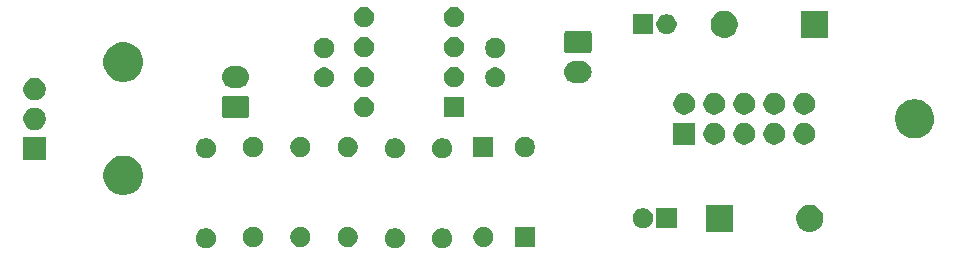
<source format=gbr>
G04 #@! TF.GenerationSoftware,KiCad,Pcbnew,5.1.6-c6e7f7d~87~ubuntu20.04.1*
G04 #@! TF.CreationDate,2020-08-28T15:20:52-04:00*
G04 #@! TF.ProjectId,Mikrokosmos,4d696b72-6f6b-46f7-936d-6f732e6b6963,rev?*
G04 #@! TF.SameCoordinates,Original*
G04 #@! TF.FileFunction,Soldermask,Bot*
G04 #@! TF.FilePolarity,Negative*
%FSLAX46Y46*%
G04 Gerber Fmt 4.6, Leading zero omitted, Abs format (unit mm)*
G04 Created by KiCad (PCBNEW 5.1.6-c6e7f7d~87~ubuntu20.04.1) date 2020-08-28 15:20:52*
%MOMM*%
%LPD*%
G01*
G04 APERTURE LIST*
%ADD10C,0.100000*%
G04 APERTURE END LIST*
D10*
G36*
X125248228Y-121801703D02*
G01*
X125403100Y-121865853D01*
X125542481Y-121958985D01*
X125661015Y-122077519D01*
X125754147Y-122216900D01*
X125818297Y-122371772D01*
X125851000Y-122536184D01*
X125851000Y-122703816D01*
X125818297Y-122868228D01*
X125754147Y-123023100D01*
X125661015Y-123162481D01*
X125542481Y-123281015D01*
X125403100Y-123374147D01*
X125248228Y-123438297D01*
X125083816Y-123471000D01*
X124916184Y-123471000D01*
X124751772Y-123438297D01*
X124596900Y-123374147D01*
X124457519Y-123281015D01*
X124338985Y-123162481D01*
X124245853Y-123023100D01*
X124181703Y-122868228D01*
X124149000Y-122703816D01*
X124149000Y-122536184D01*
X124181703Y-122371772D01*
X124245853Y-122216900D01*
X124338985Y-122077519D01*
X124457519Y-121958985D01*
X124596900Y-121865853D01*
X124751772Y-121801703D01*
X124916184Y-121769000D01*
X125083816Y-121769000D01*
X125248228Y-121801703D01*
G37*
G36*
X141248228Y-121801703D02*
G01*
X141403100Y-121865853D01*
X141542481Y-121958985D01*
X141661015Y-122077519D01*
X141754147Y-122216900D01*
X141818297Y-122371772D01*
X141851000Y-122536184D01*
X141851000Y-122703816D01*
X141818297Y-122868228D01*
X141754147Y-123023100D01*
X141661015Y-123162481D01*
X141542481Y-123281015D01*
X141403100Y-123374147D01*
X141248228Y-123438297D01*
X141083816Y-123471000D01*
X140916184Y-123471000D01*
X140751772Y-123438297D01*
X140596900Y-123374147D01*
X140457519Y-123281015D01*
X140338985Y-123162481D01*
X140245853Y-123023100D01*
X140181703Y-122868228D01*
X140149000Y-122703816D01*
X140149000Y-122536184D01*
X140181703Y-122371772D01*
X140245853Y-122216900D01*
X140338985Y-122077519D01*
X140457519Y-121958985D01*
X140596900Y-121865853D01*
X140751772Y-121801703D01*
X140916184Y-121769000D01*
X141083816Y-121769000D01*
X141248228Y-121801703D01*
G37*
G36*
X145248228Y-121801703D02*
G01*
X145403100Y-121865853D01*
X145542481Y-121958985D01*
X145661015Y-122077519D01*
X145754147Y-122216900D01*
X145818297Y-122371772D01*
X145851000Y-122536184D01*
X145851000Y-122703816D01*
X145818297Y-122868228D01*
X145754147Y-123023100D01*
X145661015Y-123162481D01*
X145542481Y-123281015D01*
X145403100Y-123374147D01*
X145248228Y-123438297D01*
X145083816Y-123471000D01*
X144916184Y-123471000D01*
X144751772Y-123438297D01*
X144596900Y-123374147D01*
X144457519Y-123281015D01*
X144338985Y-123162481D01*
X144245853Y-123023100D01*
X144181703Y-122868228D01*
X144149000Y-122703816D01*
X144149000Y-122536184D01*
X144181703Y-122371772D01*
X144245853Y-122216900D01*
X144338985Y-122077519D01*
X144457519Y-121958985D01*
X144596900Y-121865853D01*
X144751772Y-121801703D01*
X144916184Y-121769000D01*
X145083816Y-121769000D01*
X145248228Y-121801703D01*
G37*
G36*
X137248228Y-121681703D02*
G01*
X137403100Y-121745853D01*
X137542481Y-121838985D01*
X137661015Y-121957519D01*
X137754147Y-122096900D01*
X137818297Y-122251772D01*
X137851000Y-122416184D01*
X137851000Y-122583816D01*
X137818297Y-122748228D01*
X137754147Y-122903100D01*
X137661015Y-123042481D01*
X137542481Y-123161015D01*
X137403100Y-123254147D01*
X137248228Y-123318297D01*
X137083816Y-123351000D01*
X136916184Y-123351000D01*
X136751772Y-123318297D01*
X136596900Y-123254147D01*
X136457519Y-123161015D01*
X136338985Y-123042481D01*
X136245853Y-122903100D01*
X136181703Y-122748228D01*
X136149000Y-122583816D01*
X136149000Y-122416184D01*
X136181703Y-122251772D01*
X136245853Y-122096900D01*
X136338985Y-121957519D01*
X136457519Y-121838985D01*
X136596900Y-121745853D01*
X136751772Y-121681703D01*
X136916184Y-121649000D01*
X137083816Y-121649000D01*
X137248228Y-121681703D01*
G37*
G36*
X133248228Y-121681703D02*
G01*
X133403100Y-121745853D01*
X133542481Y-121838985D01*
X133661015Y-121957519D01*
X133754147Y-122096900D01*
X133818297Y-122251772D01*
X133851000Y-122416184D01*
X133851000Y-122583816D01*
X133818297Y-122748228D01*
X133754147Y-122903100D01*
X133661015Y-123042481D01*
X133542481Y-123161015D01*
X133403100Y-123254147D01*
X133248228Y-123318297D01*
X133083816Y-123351000D01*
X132916184Y-123351000D01*
X132751772Y-123318297D01*
X132596900Y-123254147D01*
X132457519Y-123161015D01*
X132338985Y-123042481D01*
X132245853Y-122903100D01*
X132181703Y-122748228D01*
X132149000Y-122583816D01*
X132149000Y-122416184D01*
X132181703Y-122251772D01*
X132245853Y-122096900D01*
X132338985Y-121957519D01*
X132457519Y-121838985D01*
X132596900Y-121745853D01*
X132751772Y-121681703D01*
X132916184Y-121649000D01*
X133083816Y-121649000D01*
X133248228Y-121681703D01*
G37*
G36*
X129248228Y-121681703D02*
G01*
X129403100Y-121745853D01*
X129542481Y-121838985D01*
X129661015Y-121957519D01*
X129754147Y-122096900D01*
X129818297Y-122251772D01*
X129851000Y-122416184D01*
X129851000Y-122583816D01*
X129818297Y-122748228D01*
X129754147Y-122903100D01*
X129661015Y-123042481D01*
X129542481Y-123161015D01*
X129403100Y-123254147D01*
X129248228Y-123318297D01*
X129083816Y-123351000D01*
X128916184Y-123351000D01*
X128751772Y-123318297D01*
X128596900Y-123254147D01*
X128457519Y-123161015D01*
X128338985Y-123042481D01*
X128245853Y-122903100D01*
X128181703Y-122748228D01*
X128149000Y-122583816D01*
X128149000Y-122416184D01*
X128181703Y-122251772D01*
X128245853Y-122096900D01*
X128338985Y-121957519D01*
X128457519Y-121838985D01*
X128596900Y-121745853D01*
X128751772Y-121681703D01*
X128916184Y-121649000D01*
X129083816Y-121649000D01*
X129248228Y-121681703D01*
G37*
G36*
X152851000Y-123351000D02*
G01*
X151149000Y-123351000D01*
X151149000Y-121649000D01*
X152851000Y-121649000D01*
X152851000Y-123351000D01*
G37*
G36*
X148748228Y-121681703D02*
G01*
X148903100Y-121745853D01*
X149042481Y-121838985D01*
X149161015Y-121957519D01*
X149254147Y-122096900D01*
X149318297Y-122251772D01*
X149351000Y-122416184D01*
X149351000Y-122583816D01*
X149318297Y-122748228D01*
X149254147Y-122903100D01*
X149161015Y-123042481D01*
X149042481Y-123161015D01*
X148903100Y-123254147D01*
X148748228Y-123318297D01*
X148583816Y-123351000D01*
X148416184Y-123351000D01*
X148251772Y-123318297D01*
X148096900Y-123254147D01*
X147957519Y-123161015D01*
X147838985Y-123042481D01*
X147745853Y-122903100D01*
X147681703Y-122748228D01*
X147649000Y-122583816D01*
X147649000Y-122416184D01*
X147681703Y-122251772D01*
X147745853Y-122096900D01*
X147838985Y-121957519D01*
X147957519Y-121838985D01*
X148096900Y-121745853D01*
X148251772Y-121681703D01*
X148416184Y-121649000D01*
X148583816Y-121649000D01*
X148748228Y-121681703D01*
G37*
G36*
X169651000Y-122071000D02*
G01*
X167349000Y-122071000D01*
X167349000Y-119769000D01*
X169651000Y-119769000D01*
X169651000Y-122071000D01*
G37*
G36*
X176344549Y-119791116D02*
G01*
X176455734Y-119813232D01*
X176665203Y-119899997D01*
X176853720Y-120025960D01*
X177014040Y-120186280D01*
X177140003Y-120374797D01*
X177140004Y-120374799D01*
X177226768Y-120584267D01*
X177271000Y-120806635D01*
X177271000Y-121033365D01*
X177226768Y-121255733D01*
X177141131Y-121462481D01*
X177140003Y-121465203D01*
X177014040Y-121653720D01*
X176853720Y-121814040D01*
X176665203Y-121940003D01*
X176665202Y-121940004D01*
X176665201Y-121940004D01*
X176603850Y-121965416D01*
X176455734Y-122026768D01*
X176344549Y-122048884D01*
X176233365Y-122071000D01*
X176006635Y-122071000D01*
X175895451Y-122048884D01*
X175784266Y-122026768D01*
X175636150Y-121965416D01*
X175574799Y-121940004D01*
X175574798Y-121940004D01*
X175574797Y-121940003D01*
X175386280Y-121814040D01*
X175225960Y-121653720D01*
X175099997Y-121465203D01*
X175098870Y-121462481D01*
X175013232Y-121255733D01*
X174969000Y-121033365D01*
X174969000Y-120806635D01*
X175013232Y-120584267D01*
X175099996Y-120374799D01*
X175099997Y-120374797D01*
X175225960Y-120186280D01*
X175386280Y-120025960D01*
X175574797Y-119899997D01*
X175784266Y-119813232D01*
X175895451Y-119791116D01*
X176006635Y-119769000D01*
X176233365Y-119769000D01*
X176344549Y-119791116D01*
G37*
G36*
X162248228Y-120101703D02*
G01*
X162403100Y-120165853D01*
X162542481Y-120258985D01*
X162661015Y-120377519D01*
X162754147Y-120516900D01*
X162818297Y-120671772D01*
X162851000Y-120836184D01*
X162851000Y-121003816D01*
X162818297Y-121168228D01*
X162754147Y-121323100D01*
X162661015Y-121462481D01*
X162542481Y-121581015D01*
X162403100Y-121674147D01*
X162248228Y-121738297D01*
X162083816Y-121771000D01*
X161916184Y-121771000D01*
X161751772Y-121738297D01*
X161596900Y-121674147D01*
X161457519Y-121581015D01*
X161338985Y-121462481D01*
X161245853Y-121323100D01*
X161181703Y-121168228D01*
X161149000Y-121003816D01*
X161149000Y-120836184D01*
X161181703Y-120671772D01*
X161245853Y-120516900D01*
X161338985Y-120377519D01*
X161457519Y-120258985D01*
X161596900Y-120165853D01*
X161751772Y-120101703D01*
X161916184Y-120069000D01*
X162083816Y-120069000D01*
X162248228Y-120101703D01*
G37*
G36*
X164851000Y-121771000D02*
G01*
X163149000Y-121771000D01*
X163149000Y-120069000D01*
X164851000Y-120069000D01*
X164851000Y-121771000D01*
G37*
G36*
X118487412Y-115693215D02*
G01*
X118791514Y-115819178D01*
X119065199Y-116002049D01*
X119297951Y-116234801D01*
X119480822Y-116508486D01*
X119606785Y-116812588D01*
X119671000Y-117135420D01*
X119671000Y-117464580D01*
X119606785Y-117787412D01*
X119480822Y-118091514D01*
X119297951Y-118365199D01*
X119065199Y-118597951D01*
X118791514Y-118780822D01*
X118487412Y-118906785D01*
X118164580Y-118971000D01*
X117835420Y-118971000D01*
X117512588Y-118906785D01*
X117208486Y-118780822D01*
X116934801Y-118597951D01*
X116702049Y-118365199D01*
X116519178Y-118091514D01*
X116393215Y-117787412D01*
X116329000Y-117464580D01*
X116329000Y-117135420D01*
X116393215Y-116812588D01*
X116519178Y-116508486D01*
X116702049Y-116234801D01*
X116934801Y-116002049D01*
X117208486Y-115819178D01*
X117512588Y-115693215D01*
X117835420Y-115629000D01*
X118164580Y-115629000D01*
X118487412Y-115693215D01*
G37*
G36*
X111451000Y-115951000D02*
G01*
X109549000Y-115951000D01*
X109549000Y-114049000D01*
X111451000Y-114049000D01*
X111451000Y-115951000D01*
G37*
G36*
X141248228Y-114181703D02*
G01*
X141403100Y-114245853D01*
X141542481Y-114338985D01*
X141661015Y-114457519D01*
X141754147Y-114596900D01*
X141818297Y-114751772D01*
X141851000Y-114916184D01*
X141851000Y-115083816D01*
X141818297Y-115248228D01*
X141754147Y-115403100D01*
X141661015Y-115542481D01*
X141542481Y-115661015D01*
X141403100Y-115754147D01*
X141248228Y-115818297D01*
X141083816Y-115851000D01*
X140916184Y-115851000D01*
X140751772Y-115818297D01*
X140596900Y-115754147D01*
X140457519Y-115661015D01*
X140338985Y-115542481D01*
X140245853Y-115403100D01*
X140181703Y-115248228D01*
X140149000Y-115083816D01*
X140149000Y-114916184D01*
X140181703Y-114751772D01*
X140245853Y-114596900D01*
X140338985Y-114457519D01*
X140457519Y-114338985D01*
X140596900Y-114245853D01*
X140751772Y-114181703D01*
X140916184Y-114149000D01*
X141083816Y-114149000D01*
X141248228Y-114181703D01*
G37*
G36*
X145248228Y-114181703D02*
G01*
X145403100Y-114245853D01*
X145542481Y-114338985D01*
X145661015Y-114457519D01*
X145754147Y-114596900D01*
X145818297Y-114751772D01*
X145851000Y-114916184D01*
X145851000Y-115083816D01*
X145818297Y-115248228D01*
X145754147Y-115403100D01*
X145661015Y-115542481D01*
X145542481Y-115661015D01*
X145403100Y-115754147D01*
X145248228Y-115818297D01*
X145083816Y-115851000D01*
X144916184Y-115851000D01*
X144751772Y-115818297D01*
X144596900Y-115754147D01*
X144457519Y-115661015D01*
X144338985Y-115542481D01*
X144245853Y-115403100D01*
X144181703Y-115248228D01*
X144149000Y-115083816D01*
X144149000Y-114916184D01*
X144181703Y-114751772D01*
X144245853Y-114596900D01*
X144338985Y-114457519D01*
X144457519Y-114338985D01*
X144596900Y-114245853D01*
X144751772Y-114181703D01*
X144916184Y-114149000D01*
X145083816Y-114149000D01*
X145248228Y-114181703D01*
G37*
G36*
X125248228Y-114181703D02*
G01*
X125403100Y-114245853D01*
X125542481Y-114338985D01*
X125661015Y-114457519D01*
X125754147Y-114596900D01*
X125818297Y-114751772D01*
X125851000Y-114916184D01*
X125851000Y-115083816D01*
X125818297Y-115248228D01*
X125754147Y-115403100D01*
X125661015Y-115542481D01*
X125542481Y-115661015D01*
X125403100Y-115754147D01*
X125248228Y-115818297D01*
X125083816Y-115851000D01*
X124916184Y-115851000D01*
X124751772Y-115818297D01*
X124596900Y-115754147D01*
X124457519Y-115661015D01*
X124338985Y-115542481D01*
X124245853Y-115403100D01*
X124181703Y-115248228D01*
X124149000Y-115083816D01*
X124149000Y-114916184D01*
X124181703Y-114751772D01*
X124245853Y-114596900D01*
X124338985Y-114457519D01*
X124457519Y-114338985D01*
X124596900Y-114245853D01*
X124751772Y-114181703D01*
X124916184Y-114149000D01*
X125083816Y-114149000D01*
X125248228Y-114181703D01*
G37*
G36*
X133248228Y-114061703D02*
G01*
X133403100Y-114125853D01*
X133542481Y-114218985D01*
X133661015Y-114337519D01*
X133754147Y-114476900D01*
X133818297Y-114631772D01*
X133851000Y-114796184D01*
X133851000Y-114963816D01*
X133818297Y-115128228D01*
X133754147Y-115283100D01*
X133661015Y-115422481D01*
X133542481Y-115541015D01*
X133403100Y-115634147D01*
X133248228Y-115698297D01*
X133083816Y-115731000D01*
X132916184Y-115731000D01*
X132751772Y-115698297D01*
X132596900Y-115634147D01*
X132457519Y-115541015D01*
X132338985Y-115422481D01*
X132245853Y-115283100D01*
X132181703Y-115128228D01*
X132149000Y-114963816D01*
X132149000Y-114796184D01*
X132181703Y-114631772D01*
X132245853Y-114476900D01*
X132338985Y-114337519D01*
X132457519Y-114218985D01*
X132596900Y-114125853D01*
X132751772Y-114061703D01*
X132916184Y-114029000D01*
X133083816Y-114029000D01*
X133248228Y-114061703D01*
G37*
G36*
X149351000Y-115731000D02*
G01*
X147649000Y-115731000D01*
X147649000Y-114029000D01*
X149351000Y-114029000D01*
X149351000Y-115731000D01*
G37*
G36*
X129248228Y-114061703D02*
G01*
X129403100Y-114125853D01*
X129542481Y-114218985D01*
X129661015Y-114337519D01*
X129754147Y-114476900D01*
X129818297Y-114631772D01*
X129851000Y-114796184D01*
X129851000Y-114963816D01*
X129818297Y-115128228D01*
X129754147Y-115283100D01*
X129661015Y-115422481D01*
X129542481Y-115541015D01*
X129403100Y-115634147D01*
X129248228Y-115698297D01*
X129083816Y-115731000D01*
X128916184Y-115731000D01*
X128751772Y-115698297D01*
X128596900Y-115634147D01*
X128457519Y-115541015D01*
X128338985Y-115422481D01*
X128245853Y-115283100D01*
X128181703Y-115128228D01*
X128149000Y-114963816D01*
X128149000Y-114796184D01*
X128181703Y-114631772D01*
X128245853Y-114476900D01*
X128338985Y-114337519D01*
X128457519Y-114218985D01*
X128596900Y-114125853D01*
X128751772Y-114061703D01*
X128916184Y-114029000D01*
X129083816Y-114029000D01*
X129248228Y-114061703D01*
G37*
G36*
X152248228Y-114061703D02*
G01*
X152403100Y-114125853D01*
X152542481Y-114218985D01*
X152661015Y-114337519D01*
X152754147Y-114476900D01*
X152818297Y-114631772D01*
X152851000Y-114796184D01*
X152851000Y-114963816D01*
X152818297Y-115128228D01*
X152754147Y-115283100D01*
X152661015Y-115422481D01*
X152542481Y-115541015D01*
X152403100Y-115634147D01*
X152248228Y-115698297D01*
X152083816Y-115731000D01*
X151916184Y-115731000D01*
X151751772Y-115698297D01*
X151596900Y-115634147D01*
X151457519Y-115541015D01*
X151338985Y-115422481D01*
X151245853Y-115283100D01*
X151181703Y-115128228D01*
X151149000Y-114963816D01*
X151149000Y-114796184D01*
X151181703Y-114631772D01*
X151245853Y-114476900D01*
X151338985Y-114337519D01*
X151457519Y-114218985D01*
X151596900Y-114125853D01*
X151751772Y-114061703D01*
X151916184Y-114029000D01*
X152083816Y-114029000D01*
X152248228Y-114061703D01*
G37*
G36*
X137248228Y-114061703D02*
G01*
X137403100Y-114125853D01*
X137542481Y-114218985D01*
X137661015Y-114337519D01*
X137754147Y-114476900D01*
X137818297Y-114631772D01*
X137851000Y-114796184D01*
X137851000Y-114963816D01*
X137818297Y-115128228D01*
X137754147Y-115283100D01*
X137661015Y-115422481D01*
X137542481Y-115541015D01*
X137403100Y-115634147D01*
X137248228Y-115698297D01*
X137083816Y-115731000D01*
X136916184Y-115731000D01*
X136751772Y-115698297D01*
X136596900Y-115634147D01*
X136457519Y-115541015D01*
X136338985Y-115422481D01*
X136245853Y-115283100D01*
X136181703Y-115128228D01*
X136149000Y-114963816D01*
X136149000Y-114796184D01*
X136181703Y-114631772D01*
X136245853Y-114476900D01*
X136338985Y-114337519D01*
X136457519Y-114218985D01*
X136596900Y-114125853D01*
X136751772Y-114061703D01*
X136916184Y-114029000D01*
X137083816Y-114029000D01*
X137248228Y-114061703D01*
G37*
G36*
X173386778Y-112890547D02*
G01*
X173553224Y-112959491D01*
X173703022Y-113059583D01*
X173830417Y-113186978D01*
X173930509Y-113336776D01*
X173999453Y-113503222D01*
X174034600Y-113679918D01*
X174034600Y-113860082D01*
X173999453Y-114036778D01*
X173930509Y-114203224D01*
X173830417Y-114353022D01*
X173703022Y-114480417D01*
X173553224Y-114580509D01*
X173386778Y-114649453D01*
X173210082Y-114684600D01*
X173029918Y-114684600D01*
X172853222Y-114649453D01*
X172686776Y-114580509D01*
X172536978Y-114480417D01*
X172409583Y-114353022D01*
X172309491Y-114203224D01*
X172240547Y-114036778D01*
X172205400Y-113860082D01*
X172205400Y-113679918D01*
X172240547Y-113503222D01*
X172309491Y-113336776D01*
X172409583Y-113186978D01*
X172536978Y-113059583D01*
X172686776Y-112959491D01*
X172853222Y-112890547D01*
X173029918Y-112855400D01*
X173210082Y-112855400D01*
X173386778Y-112890547D01*
G37*
G36*
X168306778Y-112890547D02*
G01*
X168473224Y-112959491D01*
X168623022Y-113059583D01*
X168750417Y-113186978D01*
X168850509Y-113336776D01*
X168919453Y-113503222D01*
X168954600Y-113679918D01*
X168954600Y-113860082D01*
X168919453Y-114036778D01*
X168850509Y-114203224D01*
X168750417Y-114353022D01*
X168623022Y-114480417D01*
X168473224Y-114580509D01*
X168306778Y-114649453D01*
X168130082Y-114684600D01*
X167949918Y-114684600D01*
X167773222Y-114649453D01*
X167606776Y-114580509D01*
X167456978Y-114480417D01*
X167329583Y-114353022D01*
X167229491Y-114203224D01*
X167160547Y-114036778D01*
X167125400Y-113860082D01*
X167125400Y-113679918D01*
X167160547Y-113503222D01*
X167229491Y-113336776D01*
X167329583Y-113186978D01*
X167456978Y-113059583D01*
X167606776Y-112959491D01*
X167773222Y-112890547D01*
X167949918Y-112855400D01*
X168130082Y-112855400D01*
X168306778Y-112890547D01*
G37*
G36*
X170846778Y-112890547D02*
G01*
X171013224Y-112959491D01*
X171163022Y-113059583D01*
X171290417Y-113186978D01*
X171390509Y-113336776D01*
X171459453Y-113503222D01*
X171494600Y-113679918D01*
X171494600Y-113860082D01*
X171459453Y-114036778D01*
X171390509Y-114203224D01*
X171290417Y-114353022D01*
X171163022Y-114480417D01*
X171013224Y-114580509D01*
X170846778Y-114649453D01*
X170670082Y-114684600D01*
X170489918Y-114684600D01*
X170313222Y-114649453D01*
X170146776Y-114580509D01*
X169996978Y-114480417D01*
X169869583Y-114353022D01*
X169769491Y-114203224D01*
X169700547Y-114036778D01*
X169665400Y-113860082D01*
X169665400Y-113679918D01*
X169700547Y-113503222D01*
X169769491Y-113336776D01*
X169869583Y-113186978D01*
X169996978Y-113059583D01*
X170146776Y-112959491D01*
X170313222Y-112890547D01*
X170489918Y-112855400D01*
X170670082Y-112855400D01*
X170846778Y-112890547D01*
G37*
G36*
X166414600Y-114684600D02*
G01*
X164585400Y-114684600D01*
X164585400Y-112855400D01*
X166414600Y-112855400D01*
X166414600Y-114684600D01*
G37*
G36*
X175926778Y-112890547D02*
G01*
X176093224Y-112959491D01*
X176243022Y-113059583D01*
X176370417Y-113186978D01*
X176470509Y-113336776D01*
X176539453Y-113503222D01*
X176574600Y-113679918D01*
X176574600Y-113860082D01*
X176539453Y-114036778D01*
X176470509Y-114203224D01*
X176370417Y-114353022D01*
X176243022Y-114480417D01*
X176093224Y-114580509D01*
X175926778Y-114649453D01*
X175750082Y-114684600D01*
X175569918Y-114684600D01*
X175393222Y-114649453D01*
X175226776Y-114580509D01*
X175076978Y-114480417D01*
X174949583Y-114353022D01*
X174849491Y-114203224D01*
X174780547Y-114036778D01*
X174745400Y-113860082D01*
X174745400Y-113679918D01*
X174780547Y-113503222D01*
X174849491Y-113336776D01*
X174949583Y-113186978D01*
X175076978Y-113059583D01*
X175226776Y-112959491D01*
X175393222Y-112890547D01*
X175569918Y-112855400D01*
X175750082Y-112855400D01*
X175926778Y-112890547D01*
G37*
G36*
X185375256Y-110891298D02*
G01*
X185481579Y-110912447D01*
X185782042Y-111036903D01*
X186052451Y-111217585D01*
X186282415Y-111447549D01*
X186463097Y-111717958D01*
X186587553Y-112018421D01*
X186593742Y-112049534D01*
X186651000Y-112337389D01*
X186651000Y-112662611D01*
X186612652Y-112855400D01*
X186587553Y-112981579D01*
X186463097Y-113282042D01*
X186282415Y-113552451D01*
X186052451Y-113782415D01*
X185782042Y-113963097D01*
X185481579Y-114087553D01*
X185375256Y-114108702D01*
X185162611Y-114151000D01*
X184837389Y-114151000D01*
X184624744Y-114108702D01*
X184518421Y-114087553D01*
X184217958Y-113963097D01*
X183947549Y-113782415D01*
X183717585Y-113552451D01*
X183536903Y-113282042D01*
X183412447Y-112981579D01*
X183387348Y-112855400D01*
X183349000Y-112662611D01*
X183349000Y-112337389D01*
X183406258Y-112049534D01*
X183412447Y-112018421D01*
X183536903Y-111717958D01*
X183717585Y-111447549D01*
X183947549Y-111217585D01*
X184217958Y-111036903D01*
X184518421Y-110912447D01*
X184624744Y-110891298D01*
X184837389Y-110849000D01*
X185162611Y-110849000D01*
X185375256Y-110891298D01*
G37*
G36*
X110777395Y-111585546D02*
G01*
X110950466Y-111657234D01*
X110959432Y-111663225D01*
X111106227Y-111761310D01*
X111238690Y-111893773D01*
X111238691Y-111893775D01*
X111342766Y-112049534D01*
X111414454Y-112222605D01*
X111451000Y-112406333D01*
X111451000Y-112593667D01*
X111414454Y-112777395D01*
X111342766Y-112950466D01*
X111321977Y-112981579D01*
X111238690Y-113106227D01*
X111106227Y-113238690D01*
X111041349Y-113282040D01*
X110950466Y-113342766D01*
X110777395Y-113414454D01*
X110593667Y-113451000D01*
X110406333Y-113451000D01*
X110222605Y-113414454D01*
X110049534Y-113342766D01*
X109958651Y-113282040D01*
X109893773Y-113238690D01*
X109761310Y-113106227D01*
X109678023Y-112981579D01*
X109657234Y-112950466D01*
X109585546Y-112777395D01*
X109549000Y-112593667D01*
X109549000Y-112406333D01*
X109585546Y-112222605D01*
X109657234Y-112049534D01*
X109761309Y-111893775D01*
X109761310Y-111893773D01*
X109893773Y-111761310D01*
X110040568Y-111663225D01*
X110049534Y-111657234D01*
X110222605Y-111585546D01*
X110406333Y-111549000D01*
X110593667Y-111549000D01*
X110777395Y-111585546D01*
G37*
G36*
X128509561Y-110582966D02*
G01*
X128542383Y-110592923D01*
X128572632Y-110609092D01*
X128599148Y-110630852D01*
X128620908Y-110657368D01*
X128637077Y-110687617D01*
X128647034Y-110720439D01*
X128651000Y-110760713D01*
X128651000Y-112239287D01*
X128647034Y-112279561D01*
X128637077Y-112312383D01*
X128620908Y-112342632D01*
X128599148Y-112369148D01*
X128572632Y-112390908D01*
X128542383Y-112407077D01*
X128509561Y-112417034D01*
X128469287Y-112421000D01*
X126530713Y-112421000D01*
X126490439Y-112417034D01*
X126457617Y-112407077D01*
X126427368Y-112390908D01*
X126400852Y-112369148D01*
X126379092Y-112342632D01*
X126362923Y-112312383D01*
X126352966Y-112279561D01*
X126349000Y-112239287D01*
X126349000Y-110760713D01*
X126352966Y-110720439D01*
X126362923Y-110687617D01*
X126379092Y-110657368D01*
X126400852Y-110630852D01*
X126427368Y-110609092D01*
X126457617Y-110592923D01*
X126490439Y-110582966D01*
X126530713Y-110579000D01*
X128469287Y-110579000D01*
X128509561Y-110582966D01*
G37*
G36*
X146851000Y-112351000D02*
G01*
X145149000Y-112351000D01*
X145149000Y-110649000D01*
X146851000Y-110649000D01*
X146851000Y-112351000D01*
G37*
G36*
X138628228Y-110681703D02*
G01*
X138783100Y-110745853D01*
X138922481Y-110838985D01*
X139041015Y-110957519D01*
X139134147Y-111096900D01*
X139198297Y-111251772D01*
X139231000Y-111416184D01*
X139231000Y-111583816D01*
X139198297Y-111748228D01*
X139134147Y-111903100D01*
X139041015Y-112042481D01*
X138922481Y-112161015D01*
X138783100Y-112254147D01*
X138628228Y-112318297D01*
X138463816Y-112351000D01*
X138296184Y-112351000D01*
X138131772Y-112318297D01*
X137976900Y-112254147D01*
X137837519Y-112161015D01*
X137718985Y-112042481D01*
X137625853Y-111903100D01*
X137561703Y-111748228D01*
X137529000Y-111583816D01*
X137529000Y-111416184D01*
X137561703Y-111251772D01*
X137625853Y-111096900D01*
X137718985Y-110957519D01*
X137837519Y-110838985D01*
X137976900Y-110745853D01*
X138131772Y-110681703D01*
X138296184Y-110649000D01*
X138463816Y-110649000D01*
X138628228Y-110681703D01*
G37*
G36*
X165766778Y-110350547D02*
G01*
X165933224Y-110419491D01*
X166083022Y-110519583D01*
X166210417Y-110646978D01*
X166310509Y-110796776D01*
X166379453Y-110963222D01*
X166414600Y-111139918D01*
X166414600Y-111320082D01*
X166379453Y-111496778D01*
X166310509Y-111663224D01*
X166210417Y-111813022D01*
X166083022Y-111940417D01*
X165933224Y-112040509D01*
X165766778Y-112109453D01*
X165590082Y-112144600D01*
X165409918Y-112144600D01*
X165233222Y-112109453D01*
X165066776Y-112040509D01*
X164916978Y-111940417D01*
X164789583Y-111813022D01*
X164689491Y-111663224D01*
X164620547Y-111496778D01*
X164585400Y-111320082D01*
X164585400Y-111139918D01*
X164620547Y-110963222D01*
X164689491Y-110796776D01*
X164789583Y-110646978D01*
X164916978Y-110519583D01*
X165066776Y-110419491D01*
X165233222Y-110350547D01*
X165409918Y-110315400D01*
X165590082Y-110315400D01*
X165766778Y-110350547D01*
G37*
G36*
X168306778Y-110350547D02*
G01*
X168473224Y-110419491D01*
X168623022Y-110519583D01*
X168750417Y-110646978D01*
X168850509Y-110796776D01*
X168919453Y-110963222D01*
X168954600Y-111139918D01*
X168954600Y-111320082D01*
X168919453Y-111496778D01*
X168850509Y-111663224D01*
X168750417Y-111813022D01*
X168623022Y-111940417D01*
X168473224Y-112040509D01*
X168306778Y-112109453D01*
X168130082Y-112144600D01*
X167949918Y-112144600D01*
X167773222Y-112109453D01*
X167606776Y-112040509D01*
X167456978Y-111940417D01*
X167329583Y-111813022D01*
X167229491Y-111663224D01*
X167160547Y-111496778D01*
X167125400Y-111320082D01*
X167125400Y-111139918D01*
X167160547Y-110963222D01*
X167229491Y-110796776D01*
X167329583Y-110646978D01*
X167456978Y-110519583D01*
X167606776Y-110419491D01*
X167773222Y-110350547D01*
X167949918Y-110315400D01*
X168130082Y-110315400D01*
X168306778Y-110350547D01*
G37*
G36*
X173386778Y-110350547D02*
G01*
X173553224Y-110419491D01*
X173703022Y-110519583D01*
X173830417Y-110646978D01*
X173930509Y-110796776D01*
X173999453Y-110963222D01*
X174034600Y-111139918D01*
X174034600Y-111320082D01*
X173999453Y-111496778D01*
X173930509Y-111663224D01*
X173830417Y-111813022D01*
X173703022Y-111940417D01*
X173553224Y-112040509D01*
X173386778Y-112109453D01*
X173210082Y-112144600D01*
X173029918Y-112144600D01*
X172853222Y-112109453D01*
X172686776Y-112040509D01*
X172536978Y-111940417D01*
X172409583Y-111813022D01*
X172309491Y-111663224D01*
X172240547Y-111496778D01*
X172205400Y-111320082D01*
X172205400Y-111139918D01*
X172240547Y-110963222D01*
X172309491Y-110796776D01*
X172409583Y-110646978D01*
X172536978Y-110519583D01*
X172686776Y-110419491D01*
X172853222Y-110350547D01*
X173029918Y-110315400D01*
X173210082Y-110315400D01*
X173386778Y-110350547D01*
G37*
G36*
X170846778Y-110350547D02*
G01*
X171013224Y-110419491D01*
X171163022Y-110519583D01*
X171290417Y-110646978D01*
X171390509Y-110796776D01*
X171459453Y-110963222D01*
X171494600Y-111139918D01*
X171494600Y-111320082D01*
X171459453Y-111496778D01*
X171390509Y-111663224D01*
X171290417Y-111813022D01*
X171163022Y-111940417D01*
X171013224Y-112040509D01*
X170846778Y-112109453D01*
X170670082Y-112144600D01*
X170489918Y-112144600D01*
X170313222Y-112109453D01*
X170146776Y-112040509D01*
X169996978Y-111940417D01*
X169869583Y-111813022D01*
X169769491Y-111663224D01*
X169700547Y-111496778D01*
X169665400Y-111320082D01*
X169665400Y-111139918D01*
X169700547Y-110963222D01*
X169769491Y-110796776D01*
X169869583Y-110646978D01*
X169996978Y-110519583D01*
X170146776Y-110419491D01*
X170313222Y-110350547D01*
X170489918Y-110315400D01*
X170670082Y-110315400D01*
X170846778Y-110350547D01*
G37*
G36*
X175926778Y-110350547D02*
G01*
X176093224Y-110419491D01*
X176243022Y-110519583D01*
X176370417Y-110646978D01*
X176470509Y-110796776D01*
X176539453Y-110963222D01*
X176574600Y-111139918D01*
X176574600Y-111320082D01*
X176539453Y-111496778D01*
X176470509Y-111663224D01*
X176370417Y-111813022D01*
X176243022Y-111940417D01*
X176093224Y-112040509D01*
X175926778Y-112109453D01*
X175750082Y-112144600D01*
X175569918Y-112144600D01*
X175393222Y-112109453D01*
X175226776Y-112040509D01*
X175076978Y-111940417D01*
X174949583Y-111813022D01*
X174849491Y-111663224D01*
X174780547Y-111496778D01*
X174745400Y-111320082D01*
X174745400Y-111139918D01*
X174780547Y-110963222D01*
X174849491Y-110796776D01*
X174949583Y-110646978D01*
X175076978Y-110519583D01*
X175226776Y-110419491D01*
X175393222Y-110350547D01*
X175569918Y-110315400D01*
X175750082Y-110315400D01*
X175926778Y-110350547D01*
G37*
G36*
X110777395Y-109085546D02*
G01*
X110950466Y-109157234D01*
X110950467Y-109157235D01*
X111106227Y-109261310D01*
X111238690Y-109393773D01*
X111244920Y-109403097D01*
X111342766Y-109549534D01*
X111414454Y-109722605D01*
X111451000Y-109906333D01*
X111451000Y-110093667D01*
X111414454Y-110277395D01*
X111342766Y-110450466D01*
X111342765Y-110450467D01*
X111238690Y-110606227D01*
X111106227Y-110738690D01*
X111073267Y-110760713D01*
X110950466Y-110842766D01*
X110777395Y-110914454D01*
X110593667Y-110951000D01*
X110406333Y-110951000D01*
X110222605Y-110914454D01*
X110049534Y-110842766D01*
X109926733Y-110760713D01*
X109893773Y-110738690D01*
X109761310Y-110606227D01*
X109657235Y-110450467D01*
X109657234Y-110450466D01*
X109585546Y-110277395D01*
X109549000Y-110093667D01*
X109549000Y-109906333D01*
X109585546Y-109722605D01*
X109657234Y-109549534D01*
X109755080Y-109403097D01*
X109761310Y-109393773D01*
X109893773Y-109261310D01*
X110049533Y-109157235D01*
X110049534Y-109157234D01*
X110222605Y-109085546D01*
X110406333Y-109049000D01*
X110593667Y-109049000D01*
X110777395Y-109085546D01*
G37*
G36*
X127820345Y-108043442D02*
G01*
X127910548Y-108052326D01*
X128084157Y-108104990D01*
X128244156Y-108190511D01*
X128262850Y-108205853D01*
X128384397Y-108305603D01*
X128463729Y-108402271D01*
X128499489Y-108445844D01*
X128549816Y-108540000D01*
X128580232Y-108596903D01*
X128585010Y-108605843D01*
X128637674Y-108779452D01*
X128655456Y-108960000D01*
X128637674Y-109140548D01*
X128585010Y-109314157D01*
X128499489Y-109474156D01*
X128476244Y-109502480D01*
X128384397Y-109614397D01*
X128287729Y-109693729D01*
X128244156Y-109729489D01*
X128084157Y-109815010D01*
X127910548Y-109867674D01*
X127820345Y-109876558D01*
X127775245Y-109881000D01*
X127224755Y-109881000D01*
X127179655Y-109876558D01*
X127089452Y-109867674D01*
X126915843Y-109815010D01*
X126755844Y-109729489D01*
X126712271Y-109693729D01*
X126615603Y-109614397D01*
X126523756Y-109502480D01*
X126500511Y-109474156D01*
X126414990Y-109314157D01*
X126362326Y-109140548D01*
X126344544Y-108960000D01*
X126362326Y-108779452D01*
X126414990Y-108605843D01*
X126419769Y-108596903D01*
X126450184Y-108540000D01*
X126500511Y-108445844D01*
X126536271Y-108402271D01*
X126615603Y-108305603D01*
X126737150Y-108205853D01*
X126755844Y-108190511D01*
X126915843Y-108104990D01*
X127089452Y-108052326D01*
X127179655Y-108043442D01*
X127224755Y-108039000D01*
X127775245Y-108039000D01*
X127820345Y-108043442D01*
G37*
G36*
X135248228Y-108181703D02*
G01*
X135403100Y-108245853D01*
X135542481Y-108338985D01*
X135661015Y-108457519D01*
X135754147Y-108596900D01*
X135818297Y-108751772D01*
X135851000Y-108916184D01*
X135851000Y-109083816D01*
X135818297Y-109248228D01*
X135754147Y-109403100D01*
X135661015Y-109542481D01*
X135542481Y-109661015D01*
X135403100Y-109754147D01*
X135248228Y-109818297D01*
X135083816Y-109851000D01*
X134916184Y-109851000D01*
X134751772Y-109818297D01*
X134596900Y-109754147D01*
X134457519Y-109661015D01*
X134338985Y-109542481D01*
X134245853Y-109403100D01*
X134181703Y-109248228D01*
X134149000Y-109083816D01*
X134149000Y-108916184D01*
X134181703Y-108751772D01*
X134245853Y-108596900D01*
X134338985Y-108457519D01*
X134457519Y-108338985D01*
X134596900Y-108245853D01*
X134751772Y-108181703D01*
X134916184Y-108149000D01*
X135083816Y-108149000D01*
X135248228Y-108181703D01*
G37*
G36*
X149748228Y-108181703D02*
G01*
X149903100Y-108245853D01*
X150042481Y-108338985D01*
X150161015Y-108457519D01*
X150254147Y-108596900D01*
X150318297Y-108751772D01*
X150351000Y-108916184D01*
X150351000Y-109083816D01*
X150318297Y-109248228D01*
X150254147Y-109403100D01*
X150161015Y-109542481D01*
X150042481Y-109661015D01*
X149903100Y-109754147D01*
X149748228Y-109818297D01*
X149583816Y-109851000D01*
X149416184Y-109851000D01*
X149251772Y-109818297D01*
X149096900Y-109754147D01*
X148957519Y-109661015D01*
X148838985Y-109542481D01*
X148745853Y-109403100D01*
X148681703Y-109248228D01*
X148649000Y-109083816D01*
X148649000Y-108916184D01*
X148681703Y-108751772D01*
X148745853Y-108596900D01*
X148838985Y-108457519D01*
X148957519Y-108338985D01*
X149096900Y-108245853D01*
X149251772Y-108181703D01*
X149416184Y-108149000D01*
X149583816Y-108149000D01*
X149748228Y-108181703D01*
G37*
G36*
X146248228Y-108141703D02*
G01*
X146403100Y-108205853D01*
X146542481Y-108298985D01*
X146661015Y-108417519D01*
X146754147Y-108556900D01*
X146818297Y-108711772D01*
X146851000Y-108876184D01*
X146851000Y-109043816D01*
X146818297Y-109208228D01*
X146754147Y-109363100D01*
X146661015Y-109502481D01*
X146542481Y-109621015D01*
X146403100Y-109714147D01*
X146248228Y-109778297D01*
X146083816Y-109811000D01*
X145916184Y-109811000D01*
X145751772Y-109778297D01*
X145596900Y-109714147D01*
X145457519Y-109621015D01*
X145338985Y-109502481D01*
X145245853Y-109363100D01*
X145181703Y-109208228D01*
X145149000Y-109043816D01*
X145149000Y-108876184D01*
X145181703Y-108711772D01*
X145245853Y-108556900D01*
X145338985Y-108417519D01*
X145457519Y-108298985D01*
X145596900Y-108205853D01*
X145751772Y-108141703D01*
X145916184Y-108109000D01*
X146083816Y-108109000D01*
X146248228Y-108141703D01*
G37*
G36*
X138628228Y-108141703D02*
G01*
X138783100Y-108205853D01*
X138922481Y-108298985D01*
X139041015Y-108417519D01*
X139134147Y-108556900D01*
X139198297Y-108711772D01*
X139231000Y-108876184D01*
X139231000Y-109043816D01*
X139198297Y-109208228D01*
X139134147Y-109363100D01*
X139041015Y-109502481D01*
X138922481Y-109621015D01*
X138783100Y-109714147D01*
X138628228Y-109778297D01*
X138463816Y-109811000D01*
X138296184Y-109811000D01*
X138131772Y-109778297D01*
X137976900Y-109714147D01*
X137837519Y-109621015D01*
X137718985Y-109502481D01*
X137625853Y-109363100D01*
X137561703Y-109208228D01*
X137529000Y-109043816D01*
X137529000Y-108876184D01*
X137561703Y-108711772D01*
X137625853Y-108556900D01*
X137718985Y-108417519D01*
X137837519Y-108298985D01*
X137976900Y-108205853D01*
X138131772Y-108141703D01*
X138296184Y-108109000D01*
X138463816Y-108109000D01*
X138628228Y-108141703D01*
G37*
G36*
X156820345Y-107623442D02*
G01*
X156910548Y-107632326D01*
X157084157Y-107684990D01*
X157244156Y-107770511D01*
X157287729Y-107806271D01*
X157384397Y-107885603D01*
X157463729Y-107982271D01*
X157499489Y-108025844D01*
X157585010Y-108185843D01*
X157637674Y-108359452D01*
X157655456Y-108540000D01*
X157637674Y-108720548D01*
X157585010Y-108894157D01*
X157499489Y-109054156D01*
X157473727Y-109085547D01*
X157384397Y-109194397D01*
X157302863Y-109261309D01*
X157244156Y-109309489D01*
X157084157Y-109395010D01*
X156910548Y-109447674D01*
X156820345Y-109456558D01*
X156775245Y-109461000D01*
X156224755Y-109461000D01*
X156179655Y-109456558D01*
X156089452Y-109447674D01*
X155915843Y-109395010D01*
X155755844Y-109309489D01*
X155697137Y-109261309D01*
X155615603Y-109194397D01*
X155526273Y-109085547D01*
X155500511Y-109054156D01*
X155414990Y-108894157D01*
X155362326Y-108720548D01*
X155344544Y-108540000D01*
X155362326Y-108359452D01*
X155414990Y-108185843D01*
X155500511Y-108025844D01*
X155536271Y-107982271D01*
X155615603Y-107885603D01*
X155712271Y-107806271D01*
X155755844Y-107770511D01*
X155915843Y-107684990D01*
X156089452Y-107632326D01*
X156179655Y-107623442D01*
X156224755Y-107619000D01*
X156775245Y-107619000D01*
X156820345Y-107623442D01*
G37*
G36*
X118487412Y-106093215D02*
G01*
X118791514Y-106219178D01*
X119065199Y-106402049D01*
X119297951Y-106634801D01*
X119480822Y-106908486D01*
X119606785Y-107212588D01*
X119671000Y-107535420D01*
X119671000Y-107864580D01*
X119606785Y-108187412D01*
X119480822Y-108491514D01*
X119297951Y-108765199D01*
X119065199Y-108997951D01*
X118791514Y-109180822D01*
X118487412Y-109306785D01*
X118164580Y-109371000D01*
X117835420Y-109371000D01*
X117512588Y-109306785D01*
X117208486Y-109180822D01*
X116934801Y-108997951D01*
X116702049Y-108765199D01*
X116519178Y-108491514D01*
X116393215Y-108187412D01*
X116329000Y-107864580D01*
X116329000Y-107535420D01*
X116393215Y-107212588D01*
X116519178Y-106908486D01*
X116702049Y-106634801D01*
X116934801Y-106402049D01*
X117208486Y-106219178D01*
X117512588Y-106093215D01*
X117835420Y-106029000D01*
X118164580Y-106029000D01*
X118487412Y-106093215D01*
G37*
G36*
X135248228Y-105681703D02*
G01*
X135403100Y-105745853D01*
X135542481Y-105838985D01*
X135661015Y-105957519D01*
X135754147Y-106096900D01*
X135818297Y-106251772D01*
X135851000Y-106416184D01*
X135851000Y-106583816D01*
X135818297Y-106748228D01*
X135754147Y-106903100D01*
X135661015Y-107042481D01*
X135542481Y-107161015D01*
X135403100Y-107254147D01*
X135248228Y-107318297D01*
X135083816Y-107351000D01*
X134916184Y-107351000D01*
X134751772Y-107318297D01*
X134596900Y-107254147D01*
X134457519Y-107161015D01*
X134338985Y-107042481D01*
X134245853Y-106903100D01*
X134181703Y-106748228D01*
X134149000Y-106583816D01*
X134149000Y-106416184D01*
X134181703Y-106251772D01*
X134245853Y-106096900D01*
X134338985Y-105957519D01*
X134457519Y-105838985D01*
X134596900Y-105745853D01*
X134751772Y-105681703D01*
X134916184Y-105649000D01*
X135083816Y-105649000D01*
X135248228Y-105681703D01*
G37*
G36*
X149748228Y-105681703D02*
G01*
X149903100Y-105745853D01*
X150042481Y-105838985D01*
X150161015Y-105957519D01*
X150254147Y-106096900D01*
X150318297Y-106251772D01*
X150351000Y-106416184D01*
X150351000Y-106583816D01*
X150318297Y-106748228D01*
X150254147Y-106903100D01*
X150161015Y-107042481D01*
X150042481Y-107161015D01*
X149903100Y-107254147D01*
X149748228Y-107318297D01*
X149583816Y-107351000D01*
X149416184Y-107351000D01*
X149251772Y-107318297D01*
X149096900Y-107254147D01*
X148957519Y-107161015D01*
X148838985Y-107042481D01*
X148745853Y-106903100D01*
X148681703Y-106748228D01*
X148649000Y-106583816D01*
X148649000Y-106416184D01*
X148681703Y-106251772D01*
X148745853Y-106096900D01*
X148838985Y-105957519D01*
X148957519Y-105838985D01*
X149096900Y-105745853D01*
X149251772Y-105681703D01*
X149416184Y-105649000D01*
X149583816Y-105649000D01*
X149748228Y-105681703D01*
G37*
G36*
X146248228Y-105601703D02*
G01*
X146403100Y-105665853D01*
X146542481Y-105758985D01*
X146661015Y-105877519D01*
X146754147Y-106016900D01*
X146818297Y-106171772D01*
X146851000Y-106336184D01*
X146851000Y-106503816D01*
X146818297Y-106668228D01*
X146754147Y-106823100D01*
X146661015Y-106962481D01*
X146542481Y-107081015D01*
X146403100Y-107174147D01*
X146248228Y-107238297D01*
X146083816Y-107271000D01*
X145916184Y-107271000D01*
X145751772Y-107238297D01*
X145596900Y-107174147D01*
X145457519Y-107081015D01*
X145338985Y-106962481D01*
X145245853Y-106823100D01*
X145181703Y-106668228D01*
X145149000Y-106503816D01*
X145149000Y-106336184D01*
X145181703Y-106171772D01*
X145245853Y-106016900D01*
X145338985Y-105877519D01*
X145457519Y-105758985D01*
X145596900Y-105665853D01*
X145751772Y-105601703D01*
X145916184Y-105569000D01*
X146083816Y-105569000D01*
X146248228Y-105601703D01*
G37*
G36*
X138628228Y-105601703D02*
G01*
X138783100Y-105665853D01*
X138922481Y-105758985D01*
X139041015Y-105877519D01*
X139134147Y-106016900D01*
X139198297Y-106171772D01*
X139231000Y-106336184D01*
X139231000Y-106503816D01*
X139198297Y-106668228D01*
X139134147Y-106823100D01*
X139041015Y-106962481D01*
X138922481Y-107081015D01*
X138783100Y-107174147D01*
X138628228Y-107238297D01*
X138463816Y-107271000D01*
X138296184Y-107271000D01*
X138131772Y-107238297D01*
X137976900Y-107174147D01*
X137837519Y-107081015D01*
X137718985Y-106962481D01*
X137625853Y-106823100D01*
X137561703Y-106668228D01*
X137529000Y-106503816D01*
X137529000Y-106336184D01*
X137561703Y-106171772D01*
X137625853Y-106016900D01*
X137718985Y-105877519D01*
X137837519Y-105758985D01*
X137976900Y-105665853D01*
X138131772Y-105601703D01*
X138296184Y-105569000D01*
X138463816Y-105569000D01*
X138628228Y-105601703D01*
G37*
G36*
X157509561Y-105082966D02*
G01*
X157542383Y-105092923D01*
X157572632Y-105109092D01*
X157599148Y-105130852D01*
X157620908Y-105157368D01*
X157637077Y-105187617D01*
X157647034Y-105220439D01*
X157651000Y-105260713D01*
X157651000Y-106739287D01*
X157647034Y-106779561D01*
X157637077Y-106812383D01*
X157620908Y-106842632D01*
X157599148Y-106869148D01*
X157572632Y-106890908D01*
X157542383Y-106907077D01*
X157509561Y-106917034D01*
X157469287Y-106921000D01*
X155530713Y-106921000D01*
X155490439Y-106917034D01*
X155457617Y-106907077D01*
X155427368Y-106890908D01*
X155400852Y-106869148D01*
X155379092Y-106842632D01*
X155362923Y-106812383D01*
X155352966Y-106779561D01*
X155349000Y-106739287D01*
X155349000Y-105260713D01*
X155352966Y-105220439D01*
X155362923Y-105187617D01*
X155379092Y-105157368D01*
X155400852Y-105130852D01*
X155427368Y-105109092D01*
X155457617Y-105092923D01*
X155490439Y-105082966D01*
X155530713Y-105079000D01*
X157469287Y-105079000D01*
X157509561Y-105082966D01*
G37*
G36*
X177651000Y-105651000D02*
G01*
X175349000Y-105651000D01*
X175349000Y-103349000D01*
X177651000Y-103349000D01*
X177651000Y-105651000D01*
G37*
G36*
X169104549Y-103371116D02*
G01*
X169215734Y-103393232D01*
X169363850Y-103454584D01*
X169417734Y-103476903D01*
X169425203Y-103479997D01*
X169613720Y-103605960D01*
X169774040Y-103766280D01*
X169900003Y-103954797D01*
X169900004Y-103954799D01*
X169903739Y-103963816D01*
X169971841Y-104128228D01*
X169986768Y-104164267D01*
X170031000Y-104386635D01*
X170031000Y-104613365D01*
X169986768Y-104835733D01*
X169901131Y-105042481D01*
X169900003Y-105045203D01*
X169774040Y-105233720D01*
X169613720Y-105394040D01*
X169425203Y-105520003D01*
X169215734Y-105606768D01*
X169104549Y-105628884D01*
X168993365Y-105651000D01*
X168766635Y-105651000D01*
X168655451Y-105628884D01*
X168544266Y-105606768D01*
X168334797Y-105520003D01*
X168146280Y-105394040D01*
X167985960Y-105233720D01*
X167859997Y-105045203D01*
X167858870Y-105042481D01*
X167773232Y-104835733D01*
X167729000Y-104613365D01*
X167729000Y-104386635D01*
X167773232Y-104164267D01*
X167788160Y-104128228D01*
X167856261Y-103963816D01*
X167859996Y-103954799D01*
X167859997Y-103954797D01*
X167985960Y-103766280D01*
X168146280Y-103605960D01*
X168334797Y-103479997D01*
X168342267Y-103476903D01*
X168396150Y-103454584D01*
X168544266Y-103393232D01*
X168655451Y-103371116D01*
X168766635Y-103349000D01*
X168993365Y-103349000D01*
X169104549Y-103371116D01*
G37*
G36*
X164248228Y-103681703D02*
G01*
X164403100Y-103745853D01*
X164542481Y-103838985D01*
X164661015Y-103957519D01*
X164754147Y-104096900D01*
X164818297Y-104251772D01*
X164851000Y-104416184D01*
X164851000Y-104583816D01*
X164818297Y-104748228D01*
X164754147Y-104903100D01*
X164661015Y-105042481D01*
X164542481Y-105161015D01*
X164403100Y-105254147D01*
X164248228Y-105318297D01*
X164083816Y-105351000D01*
X163916184Y-105351000D01*
X163751772Y-105318297D01*
X163596900Y-105254147D01*
X163457519Y-105161015D01*
X163338985Y-105042481D01*
X163245853Y-104903100D01*
X163181703Y-104748228D01*
X163149000Y-104583816D01*
X163149000Y-104416184D01*
X163181703Y-104251772D01*
X163245853Y-104096900D01*
X163338985Y-103957519D01*
X163457519Y-103838985D01*
X163596900Y-103745853D01*
X163751772Y-103681703D01*
X163916184Y-103649000D01*
X164083816Y-103649000D01*
X164248228Y-103681703D01*
G37*
G36*
X162851000Y-105351000D02*
G01*
X161149000Y-105351000D01*
X161149000Y-103649000D01*
X162851000Y-103649000D01*
X162851000Y-105351000D01*
G37*
G36*
X138628228Y-103061703D02*
G01*
X138783100Y-103125853D01*
X138922481Y-103218985D01*
X139041015Y-103337519D01*
X139134147Y-103476900D01*
X139198297Y-103631772D01*
X139231000Y-103796184D01*
X139231000Y-103963816D01*
X139198297Y-104128228D01*
X139134147Y-104283100D01*
X139041015Y-104422481D01*
X138922481Y-104541015D01*
X138783100Y-104634147D01*
X138628228Y-104698297D01*
X138463816Y-104731000D01*
X138296184Y-104731000D01*
X138131772Y-104698297D01*
X137976900Y-104634147D01*
X137837519Y-104541015D01*
X137718985Y-104422481D01*
X137625853Y-104283100D01*
X137561703Y-104128228D01*
X137529000Y-103963816D01*
X137529000Y-103796184D01*
X137561703Y-103631772D01*
X137625853Y-103476900D01*
X137718985Y-103337519D01*
X137837519Y-103218985D01*
X137976900Y-103125853D01*
X138131772Y-103061703D01*
X138296184Y-103029000D01*
X138463816Y-103029000D01*
X138628228Y-103061703D01*
G37*
G36*
X146248228Y-103061703D02*
G01*
X146403100Y-103125853D01*
X146542481Y-103218985D01*
X146661015Y-103337519D01*
X146754147Y-103476900D01*
X146818297Y-103631772D01*
X146851000Y-103796184D01*
X146851000Y-103963816D01*
X146818297Y-104128228D01*
X146754147Y-104283100D01*
X146661015Y-104422481D01*
X146542481Y-104541015D01*
X146403100Y-104634147D01*
X146248228Y-104698297D01*
X146083816Y-104731000D01*
X145916184Y-104731000D01*
X145751772Y-104698297D01*
X145596900Y-104634147D01*
X145457519Y-104541015D01*
X145338985Y-104422481D01*
X145245853Y-104283100D01*
X145181703Y-104128228D01*
X145149000Y-103963816D01*
X145149000Y-103796184D01*
X145181703Y-103631772D01*
X145245853Y-103476900D01*
X145338985Y-103337519D01*
X145457519Y-103218985D01*
X145596900Y-103125853D01*
X145751772Y-103061703D01*
X145916184Y-103029000D01*
X146083816Y-103029000D01*
X146248228Y-103061703D01*
G37*
M02*

</source>
